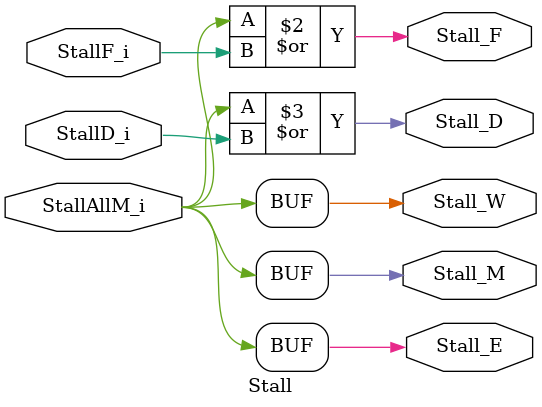
<source format=sv>
module Stall (
    //INPUT
    input logic StallAllM_i,
    input logic StallF_i,
    input logic StallD_i,
    //OUTPUT
    output logic Stall_F,
    output logic Stall_D,
    output logic Stall_E,
    output logic Stall_M,
    output logic Stall_W
);

always_comb begin
    Stall_F = StallAllM_i | StallF_i;
    Stall_D = StallAllM_i | StallD_i;
    Stall_E = StallAllM_i;
    Stall_M = StallAllM_i;
    Stall_W = StallAllM_i;
end

endmodule

</source>
